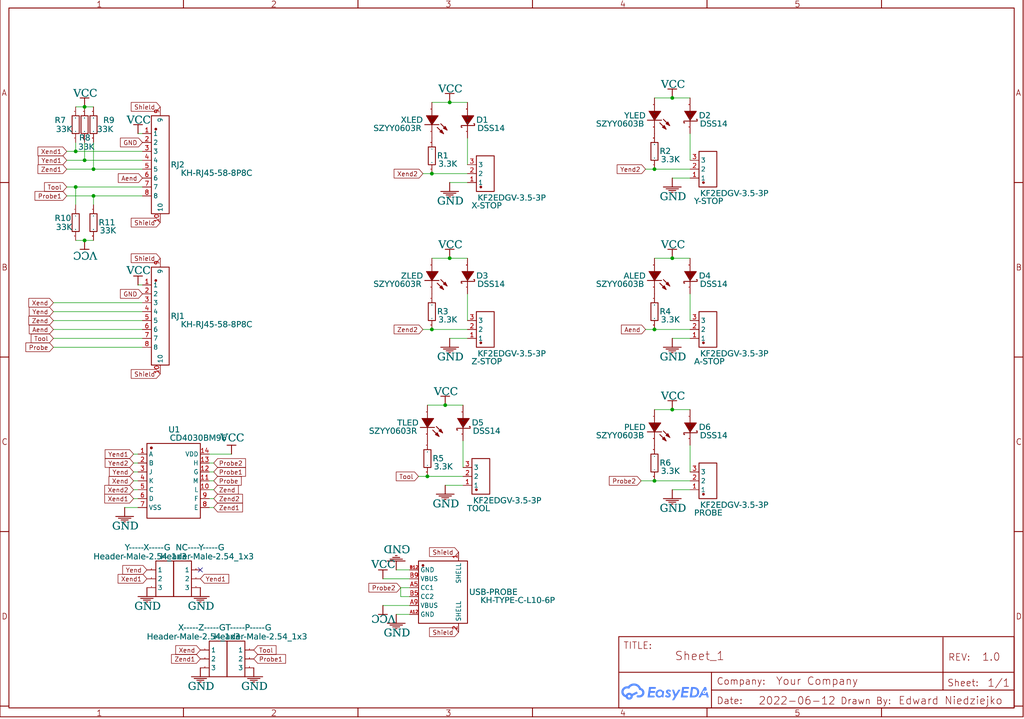
<source format=kicad_sch>
(kicad_sch (version 20231120) (generator "eeschema") (generator_version "8.0")
  (paper "User" 292.1 205.105)
  (junction (at 191.77 73.66))
  (junction (at 186.69 48.26))
  (junction (at 26.67 48.26))
  (junction (at 121.92 135.89))
  (junction (at 123.19 93.98))
  (junction (at 191.77 27.94))
  (junction (at 191.77 116.84))
  (junction (at 21.59 53.34))
  (junction (at 24.13 68.58))
  (junction (at 186.69 137.16))
  (junction (at 26.67 55.88))
  (junction (at 186.69 93.98))
  (junction (at 21.59 43.18))
  (junction (at 24.13 45.72))
  (junction (at 127 115.57))
  (junction (at 128.27 29.21))
  (junction (at 123.19 49.53))
  (junction (at 128.27 73.66))
  (junction (at 24.13 30.48))
  (no_connect (at 57.15 162.56))
  (wire (pts (xy 19.05 55.88) (xy 26.67 55.88)))
  (wire (pts (xy 186.69 73.66) (xy 191.77 73.66)))
  (wire (pts (xy 59.69 137.16) (xy 60.96 137.16)))
  (wire (pts (xy 191.77 73.66) (xy 196.85 73.66)))
  (wire (pts (xy 114.3 167.64) (xy 116.84 167.64)))
  (wire (pts (xy 24.13 40.64) (xy 24.13 45.72)))
  (wire (pts (xy 19.05 45.72) (xy 24.13 45.72)))
  (wire (pts (xy 191.77 96.52) (xy 196.85 96.52)))
  (wire (pts (xy 191.77 27.94) (xy 196.85 27.94)))
  (wire (pts (xy 184.15 93.98) (xy 186.69 93.98)))
  (wire (pts (xy 196.85 127) (xy 196.85 134.62)))
  (wire (pts (xy 123.19 93.98) (xy 133.35 93.98)))
  (wire (pts (xy 38.1 137.16) (xy 39.37 137.16)))
  (wire (pts (xy 113.03 162.56) (xy 116.84 162.56)))
  (wire (pts (xy 116.84 170.18) (xy 114.3 170.18)))
  (wire (pts (xy 196.85 38.1) (xy 196.85 45.72)))
  (wire (pts (xy 186.69 137.16) (xy 196.85 137.16)))
  (wire (pts (xy 24.13 68.58) (xy 26.67 68.58)))
  (wire (pts (xy 21.59 68.58) (xy 24.13 68.58)))
  (wire (pts (xy 132.08 125.73) (xy 132.08 133.35)))
  (wire (pts (xy 196.85 83.82) (xy 196.85 91.44)))
  (wire (pts (xy 120.65 49.53) (xy 123.19 49.53)))
  (wire (pts (xy 39.37 142.24) (xy 38.1 142.24)))
  (wire (pts (xy 26.67 48.26) (xy 40.64 48.26)))
  (wire (pts (xy 123.19 73.66) (xy 128.27 73.66)))
  (wire (pts (xy 38.1 134.62) (xy 39.37 134.62)))
  (wire (pts (xy 133.35 39.37) (xy 133.35 46.99)))
  (wire (pts (xy 26.67 55.88) (xy 40.64 55.88)))
  (wire (pts (xy 15.24 88.9) (xy 40.64 88.9)))
  (wire (pts (xy 191.77 139.7) (xy 196.85 139.7)))
  (wire (pts (xy 15.24 93.98) (xy 40.64 93.98)))
  (wire (pts (xy 184.15 48.26) (xy 186.69 48.26)))
  (wire (pts (xy 26.67 58.42) (xy 26.67 55.88)))
  (wire (pts (xy 15.24 86.36) (xy 40.64 86.36)))
  (wire (pts (xy 109.22 165.1) (xy 116.84 165.1)))
  (wire (pts (xy 39.37 139.7) (xy 38.1 139.7)))
  (wire (pts (xy 109.22 172.72) (xy 116.84 172.72)))
  (wire (pts (xy 128.27 52.07) (xy 133.35 52.07)))
  (wire (pts (xy 191.77 50.8) (xy 196.85 50.8)))
  (wire (pts (xy 39.37 132.08) (xy 38.1 132.08)))
  (wire (pts (xy 59.69 132.08) (xy 60.96 132.08)))
  (wire (pts (xy 21.59 40.64) (xy 21.59 43.18)))
  (wire (pts (xy 120.65 93.98) (xy 123.19 93.98)))
  (wire (pts (xy 39.37 38.1) (xy 40.64 38.1)))
  (wire (pts (xy 39.37 129.54) (xy 38.1 129.54)))
  (wire (pts (xy 114.3 170.18) (xy 114.3 167.64)))
  (wire (pts (xy 19.05 48.26) (xy 26.67 48.26)))
  (wire (pts (xy 128.27 73.66) (xy 133.35 73.66)))
  (wire (pts (xy 39.37 81.28) (xy 40.64 81.28)))
  (wire (pts (xy 186.69 93.98) (xy 196.85 93.98)))
  (wire (pts (xy 24.13 45.72) (xy 40.64 45.72)))
  (wire (pts (xy 127 115.57) (xy 132.08 115.57)))
  (wire (pts (xy 121.92 135.89) (xy 132.08 135.89)))
  (wire (pts (xy 19.05 43.18) (xy 21.59 43.18)))
  (wire (pts (xy 59.69 139.7) (xy 60.96 139.7)))
  (wire (pts (xy 59.69 144.78) (xy 60.96 144.78)))
  (wire (pts (xy 15.24 91.44) (xy 40.64 91.44)))
  (wire (pts (xy 186.69 116.84) (xy 191.77 116.84)))
  (wire (pts (xy 186.69 27.94) (xy 191.77 27.94)))
  (wire (pts (xy 26.67 30.48) (xy 24.13 30.48)))
  (wire (pts (xy 119.38 135.89) (xy 121.92 135.89)))
  (wire (pts (xy 123.19 29.21) (xy 128.27 29.21)))
  (wire (pts (xy 133.35 83.82) (xy 133.35 91.44)))
  (wire (pts (xy 21.59 58.42) (xy 21.59 53.34)))
  (wire (pts (xy 19.05 53.34) (xy 21.59 53.34)))
  (wire (pts (xy 191.77 116.84) (xy 196.85 116.84)))
  (wire (pts (xy 26.67 40.64) (xy 26.67 48.26)))
  (wire (pts (xy 21.59 30.48) (xy 24.13 30.48)))
  (wire (pts (xy 121.92 115.57) (xy 127 115.57)))
  (wire (pts (xy 15.24 96.52) (xy 40.64 96.52)))
  (wire (pts (xy 128.27 96.52) (xy 133.35 96.52)))
  (wire (pts (xy 59.69 142.24) (xy 60.96 142.24)))
  (wire (pts (xy 127 138.43) (xy 132.08 138.43)))
  (wire (pts (xy 59.69 134.62) (xy 60.96 134.62)))
  (wire (pts (xy 35.56 144.78) (xy 39.37 144.78)))
  (wire (pts (xy 21.59 53.34) (xy 40.64 53.34)))
  (wire (pts (xy 21.59 43.18) (xy 40.64 43.18)))
  (wire (pts (xy 182.88 137.16) (xy 186.69 137.16)))
  (wire (pts (xy 113.03 175.26) (xy 116.84 175.26)))
  (wire (pts (xy 15.24 99.06) (xy 40.64 99.06)))
  (wire (pts (xy 66.04 129.54) (xy 59.69 129.54)))
  (wire (pts (xy 186.69 48.26) (xy 196.85 48.26)))
  (wire (pts (xy 128.27 29.21) (xy 133.35 29.21)))
  (wire (pts (xy 123.19 49.53) (xy 133.35 49.53)))
  (global_label "Yend2" (shape input) (at 38.1 132.08 180) (property "Intersheetrefs" "${INTERSHEET_REFS}" (effects (hide yes))))
  (global_label "Xend" (shape input) (at 38.1 137.16 180) (property "Intersheetrefs" "${INTERSHEET_REFS}" (effects (hide yes))))
  (global_label "Yend2" (shape input) (at 184.15 48.26 180) (property "Intersheetrefs" "${INTERSHEET_REFS}" (effects (hide yes))))
  (global_label "Tool" (shape input) (at 15.24 96.52 180) (property "Intersheetrefs" "${INTERSHEET_REFS}" (effects (hide yes))))
  (global_label "GND" (shape input) (at 40.64 83.82 180) (property "Intersheetrefs" "${INTERSHEET_REFS}" (effects (hide yes))))
  (global_label "Shield" (shape input) (at 130.81 180.34 180) (property "Intersheetrefs" "${INTERSHEET_REFS}" (effects (hide yes))))
  (global_label "Tool" (shape input) (at 19.05 53.34 180) (property "Intersheetrefs" "${INTERSHEET_REFS}" (effects (hide yes))))
  (global_label "Zend2" (shape input) (at 120.65 93.98 180) (property "Intersheetrefs" "${INTERSHEET_REFS}" (effects (hide yes))))
  (global_label "Shield" (shape input) (at 130.81 157.48 180) (property "Intersheetrefs" "${INTERSHEET_REFS}" (effects (hide yes))))
  (global_label "Shield" (shape input) (at 45.72 106.68 180) (property "Intersheetrefs" "${INTERSHEET_REFS}" (effects (hide yes))))
  (global_label "Yend1" (shape input) (at 38.1 129.54 180) (property "Intersheetrefs" "${INTERSHEET_REFS}" (effects (hide yes))))
  (global_label "Yend" (shape input) (at 38.1 134.62 180) (property "Intersheetrefs" "${INTERSHEET_REFS}" (effects (hide yes))))
  (global_label "Shield" (shape input) (at 45.72 63.5 180) (property "Intersheetrefs" "${INTERSHEET_REFS}" (effects (hide yes))))
  (global_label "Zend1" (shape input) (at 19.05 48.26 180) (property "Intersheetrefs" "${INTERSHEET_REFS}" (effects (hide yes))))
  (global_label "Shield" (shape input) (at 45.72 30.48 180) (property "Intersheetrefs" "${INTERSHEET_REFS}" (effects (hide yes))))
  (global_label "Zend" (shape input) (at 15.24 91.44 180) (property "Intersheetrefs" "${INTERSHEET_REFS}" (effects (hide yes))))
  (global_label "Xend1" (shape input) (at 41.91 165.1 180) (property "Intersheetrefs" "${INTERSHEET_REFS}" (effects (hide yes))))
  (global_label "Probe1" (shape input) (at 19.05 55.88 180) (property "Intersheetrefs" "${INTERSHEET_REFS}" (effects (hide yes))))
  (global_label "Xend" (shape input) (at 57.15 185.42 180) (property "Intersheetrefs" "${INTERSHEET_REFS}" (effects (hide yes))))
  (global_label "Yend1" (shape input) (at 57.15 165.1 0) (property "Intersheetrefs" "${INTERSHEET_REFS}" (effects (hide yes))))
  (global_label "GND" (shape input) (at 40.64 40.64 180) (property "Intersheetrefs" "${INTERSHEET_REFS}" (effects (hide yes))))
  (global_label "Xend1" (shape input) (at 19.05 43.18 180) (property "Intersheetrefs" "${INTERSHEET_REFS}" (effects (hide yes))))
  (global_label "Aend" (shape input) (at 15.24 93.98 180) (property "Intersheetrefs" "${INTERSHEET_REFS}" (effects (hide yes))))
  (global_label "Tool" (shape input) (at 119.38 135.89 180) (property "Intersheetrefs" "${INTERSHEET_REFS}" (effects (hide yes))))
  (global_label "Zend2" (shape input) (at 60.96 142.24 0) (property "Intersheetrefs" "${INTERSHEET_REFS}" (effects (hide yes))))
  (global_label "Xend" (shape input) (at 15.24 86.36 180) (property "Intersheetrefs" "${INTERSHEET_REFS}" (effects (hide yes))))
  (global_label "Probe1" (shape input) (at 72.39 187.96 0) (property "Intersheetrefs" "${INTERSHEET_REFS}" (effects (hide yes))))
  (global_label "Aend" (shape input) (at 184.15 93.98 180) (property "Intersheetrefs" "${INTERSHEET_REFS}" (effects (hide yes))))
  (global_label "Probe2" (shape input) (at 114.3 167.64 180) (property "Intersheetrefs" "${INTERSHEET_REFS}" (effects (hide yes))))
  (global_label "Xend2" (shape input) (at 38.1 139.7 180) (property "Intersheetrefs" "${INTERSHEET_REFS}" (effects (hide yes))))
  (global_label "Probe2" (shape input) (at 182.88 137.16 180) (property "Intersheetrefs" "${INTERSHEET_REFS}" (effects (hide yes))))
  (global_label "Yend" (shape input) (at 15.24 88.9 180) (property "Intersheetrefs" "${INTERSHEET_REFS}" (effects (hide yes))))
  (global_label "Xend1" (shape input) (at 38.1 142.24 180) (property "Intersheetrefs" "${INTERSHEET_REFS}" (effects (hide yes))))
  (global_label "Tool" (shape input) (at 72.39 185.42 0) (property "Intersheetrefs" "${INTERSHEET_REFS}" (effects (hide yes))))
  (global_label "Probe" (shape input) (at 60.96 137.16 0) (property "Intersheetrefs" "${INTERSHEET_REFS}" (effects (hide yes))))
  (global_label "Shield" (shape input) (at 45.72 73.66 180) (property "Intersheetrefs" "${INTERSHEET_REFS}" (effects (hide yes))))
  (global_label "Yend" (shape input) (at 41.91 162.56 180) (property "Intersheetrefs" "${INTERSHEET_REFS}" (effects (hide yes))))
  (global_label "Yend1" (shape input) (at 19.05 45.72 180) (property "Intersheetrefs" "${INTERSHEET_REFS}" (effects (hide yes))))
  (global_label "Zend1" (shape input) (at 57.15 187.96 180) (property "Intersheetrefs" "${INTERSHEET_REFS}" (effects (hide yes))))
  (global_label "Probe1" (shape input) (at 60.96 134.62 0) (property "Intersheetrefs" "${INTERSHEET_REFS}" (effects (hide yes))))
  (global_label "Zend1" (shape input) (at 60.96 144.78 0) (property "Intersheetrefs" "${INTERSHEET_REFS}" (effects (hide yes))))
  (global_label "Probe2" (shape input) (at 60.96 132.08 0) (property "Intersheetrefs" "${INTERSHEET_REFS}" (effects (hide yes))))
  (global_label "Xend2" (shape input) (at 120.65 49.53 180) (property "Intersheetrefs" "${INTERSHEET_REFS}" (effects (hide yes))))
  (global_label "Zend" (shape input) (at 60.96 139.7 0) (property "Intersheetrefs" "${INTERSHEET_REFS}" (effects (hide yes))))
  (global_label "Probe" (shape input) (at 15.24 99.06 180) (property "Intersheetrefs" "${INTERSHEET_REFS}" (effects (hide yes))))
  (global_label "Aend" (shape input) (at 40.64 50.8 180) (property "Intersheetrefs" "${INTERSHEET_REFS}" (effects (hide yes))))
  (symbol (lib_id "SZYY0603B_1") (at 186.69 78.74 0) (unit 0)
    (property "Reference" "ALED" (at 184.15 77.8637 0) (effects (font (size 1.6891 1.6891)) (justify right top)))
    (property "Value" "SZYY0603B" (at 184.15 80.1497 0) (effects (font (size 1.6891 1.6891)) (justify right top)))
    (property "BOM_Manufacturer Part" "SZYY0603B" (effects (hide yes)))
    (property "BOM_Manufacturer" "yongyu(永裕光电)" (effects (hide yes)))
    (property "BOM_Supplier Part" "C434421" (effects (hide yes)))
    (property "BOM_Supplier" "LCSC" (effects (hide yes)))
  )
  (symbol (lib_id "GND") (at 191.77 139.7 0) (unit 0)
    (property "Reference" "#PWR?" (effects (hide yes)))
    (property "Value" "GND" (at 188.468 146.304 0) (effects (font (size 2.1717 2.1717)) (justify left bottom)))
    (property "Description" "Power symbol creates a global label with name 'GND'" (effects (hide yes)))
  )
  (symbol (lib_id "DSS14_2") (at 133.35 78.74 0) (unit 0)
    (property "Reference" "D3" (at 135.89 77.8383 0) (effects (font (size 1.6891 1.6891)) (justify left top)))
    (property "Value" "DSS14" (at 135.89 80.1497 0) (effects (font (size 1.6891 1.6891)) (justify left top)))
    (property "BOM_Manufacturer Part" "DSS14" (effects (hide yes)))
    (property "BOM_Manufacturer" "星海" (effects (hide yes)))
    (property "BOM_Supplier Part" "C59293" (effects (hide yes)))
    (property "BOM_Supplier" "LCSC" (effects (hide yes)))
  )
  (symbol (lib_id "DSS14_4") (at 132.08 120.65 0) (unit 0)
    (property "Reference" "D5" (at 134.62 119.7483 0) (effects (font (size 1.6891 1.6891)) (justify left top)))
    (property "Value" "DSS14" (at 134.62 122.0597 0) (effects (font (size 1.6891 1.6891)) (justify left top)))
    (property "BOM_Manufacturer Part" "DSS14" (effects (hide yes)))
    (property "BOM_Manufacturer" "星海" (effects (hide yes)))
    (property "BOM_Supplier Part" "C59293" (effects (hide yes)))
    (property "BOM_Supplier" "LCSC" (effects (hide yes)))
  )
  (symbol (lib_id "Header-Male-2.54_1x3_1") (at 53.34 165.1 0) (unit 0)
    (property "Reference" "NC----Y-----G" (at 64.008 155.3337 0) (effects (font (size 1.6891 1.6891)) (justify right top)))
    (property "Value" "Header-Male-2.54_1x3" (at 74.3458 157.8737 0) (effects (font (size 1.6891 1.6891)) (justify right top)))
    (property "BOM_Manufacturer Part" "2.54-1*3P针" (effects (hide yes)))
    (property "BOM_Manufacturer" "BOOMELE(博穆精密)" (effects (hide yes)))
    (property "BOM_Supplier Part" "C49257" (effects (hide yes)))
    (property "BOM_Supplier" "LCSC" (effects (hide yes)))
  )
  (symbol (lib_id "SZYY0603B_2") (at 186.69 121.92 0) (unit 0)
    (property "Reference" "PLED" (at 184.15 121.0437 0) (effects (font (size 1.6891 1.6891)) (justify right top)))
    (property "Value" "SZYY0603B" (at 184.15 123.3297 0) (effects (font (size 1.6891 1.6891)) (justify right top)))
    (property "BOM_Manufacturer Part" "SZYY0603B" (effects (hide yes)))
    (property "BOM_Manufacturer" "yongyu(永裕光电)" (effects (hide yes)))
    (property "BOM_Supplier Part" "C434421" (effects (hide yes)))
    (property "BOM_Supplier" "LCSC" (effects (hide yes)))
  )
  (symbol (lib_id "GND") (at 57.15 190.5 0) (unit 0)
    (property "Reference" "#PWR?" (effects (hide yes)))
    (property "Value" "GND" (at 53.848 197.104 0) (effects (font (size 2.1717 2.1717)) (justify left bottom)))
    (property "Description" "Power symbol creates a global label with name 'GND'" (effects (hide yes)))
  )
  (symbol (lib_id "RC0805JR-0733KL_2") (at 26.67 63.5 0) (unit 0)
    (property "Reference" "R11" (at 28.194 62.6491 0) (effects (font (size 1.6891 1.6891)) (justify left top)))
    (property "Value" "33K" (at 28.194 64.8843 0) (effects (font (size 1.6891 1.6891)) (justify left top)))
    (property "BOM_Manufacturer Part" "RC0805JR-0733KL" (effects (hide yes)))
    (property "BOM_Manufacturer" "YAGEO(国巨)" (effects (hide yes)))
    (property "BOM_Supplier Part" "C137446" (effects (hide yes)))
    (property "BOM_Supplier" "LCSC" (effects (hide yes)))
  )
  (symbol (lib_id "GND") (at 57.15 167.64 0) (unit 0)
    (property "Reference" "#PWR?" (effects (hide yes)))
    (property "Value" "GND" (at 53.848 174.244 0) (effects (font (size 2.1717 2.1717)) (justify left bottom)))
    (property "Description" "Power symbol creates a global label with name 'GND'" (effects (hide yes)))
  )
  (symbol (lib_id "GND") (at 113.03 175.26 0) (unit 0)
    (property "Reference" "#PWR?" (effects (hide yes)))
    (property "Value" "GND" (at 109.728 181.864 0) (effects (font (size 2.1717 2.1717)) (justify left bottom)))
    (property "Description" "Power symbol creates a global label with name 'GND'" (effects (hide yes)))
  )
  (symbol (lib_id "Header-Male-2.54_1x3") (at 45.72 165.1 0) (unit 0)
    (property "Reference" "Y-----X-----G" (at 35.6108 155.3337 0) (effects (font (size 1.6891 1.6891)) (justify left top)))
    (property "Value" "Header-Male-2.54_1x3" (at 24.7142 157.8737 0) (effects (font (size 1.6891 1.6891)) (justify left top)))
    (property "BOM_Manufacturer Part" "2.54-1*3P针" (effects (hide yes)))
    (property "BOM_Manufacturer" "BOOMELE(博穆精密)" (effects (hide yes)))
    (property "BOM_Supplier Part" "C49257" (effects (hide yes)))
    (property "BOM_Supplier" "LCSC" (effects (hide yes)))
  )
  (symbol (lib_id "RC0805JR-0733KL_4") (at 26.67 35.56 0) (unit 0)
    (property "Reference" "R9" (at 32.639 33.4645 0) (effects (font (size 1.6891 1.6891)) (justify right top)))
    (property "Value" "33K" (at 32.5882 35.9791 0) (effects (font (size 1.6891 1.6891)) (justify right top)))
    (property "BOM_Manufacturer Part" "RC0805JR-0733KL" (effects (hide yes)))
    (property "BOM_Manufacturer" "YAGEO(国巨)" (effects (hide yes)))
    (property "BOM_Supplier Part" "C137446" (effects (hide yes)))
    (property "BOM_Supplier" "LCSC" (effects (hide yes)))
  )
  (symbol (lib_id "VCC") (at 39.37 38.1 0) (mirror x) (unit 0)
    (property "Reference" "#PWR?" (effects (hide yes)))
    (property "Value" "VCC" (at 36.2966 35.56 0) (effects (font (size 2.1717 2.1717)) (justify left top)))
    (property "Description" "Power symbol creates a global label with name 'VCC'" (effects (hide yes)))
  )
  (symbol (lib_id "Header-Male-2.54_1x3_3") (at 60.96 187.96 0) (unit 0)
    (property "Reference" "X-----Z-----G" (at 50.8254 178.1937 0) (effects (font (size 1.6891 1.6891)) (justify left top)))
    (property "Value" "Header-Male-2.54_1x3" (at 39.9542 180.7337 0) (effects (font (size 1.6891 1.6891)) (justify left top)))
    (property "BOM_Manufacturer Part" "2.54-1*3P针" (effects (hide yes)))
    (property "BOM_Manufacturer" "BOOMELE(博穆精密)" (effects (hide yes)))
    (property "BOM_Supplier Part" "C49257" (effects (hide yes)))
    (property "BOM_Supplier" "LCSC" (effects (hide yes)))
  )
  (symbol (lib_id "DSS14") (at 133.35 34.29 0) (unit 0)
    (property "Reference" "D1" (at 135.89 33.3883 0) (effects (font (size 1.6891 1.6891)) (justify left top)))
    (property "Value" "DSS14" (at 135.89 35.6997 0) (effects (font (size 1.6891 1.6891)) (justify left top)))
    (property "BOM_Manufacturer Part" "DSS14" (effects (hide yes)))
    (property "BOM_Manufacturer" "星海" (effects (hide yes)))
    (property "BOM_Supplier Part" "C59293" (effects (hide yes)))
    (property "BOM_Supplier" "LCSC" (effects (hide yes)))
  )
  (symbol (lib_id "RC0805FR-073K3L_5") (at 121.92 130.81 0) (unit 0)
    (property "Reference" "R5" (at 123.444 129.9337 0) (effects (font (size 1.6891 1.6891)) (justify left top)))
    (property "Value" "3.3K" (at 123.444 132.2197 0) (effects (font (size 1.6891 1.6891)) (justify left top)))
    (property "BOM_Manufacturer Part" "RC0805FR-073K3L" (effects (hide yes)))
    (property "BOM_Manufacturer" "YAGEO(国巨)" (effects (hide yes)))
    (property "BOM_Supplier Part" "C114531" (effects (hide yes)))
    (property "BOM_Supplier" "LCSC" (effects (hide yes)))
  )
  (symbol (lib_id "VCC") (at 39.37 81.28 0) (mirror x) (unit 0)
    (property "Reference" "#PWR?" (effects (hide yes)))
    (property "Value" "VCC" (at 36.2458 78.486 0) (effects (font (size 2.1717 2.1717)) (justify left top)))
    (property "Description" "Power symbol creates a global label with name 'VCC'" (effects (hide yes)))
  )
  (symbol (lib_id "VCC") (at 24.13 30.48 0) (mirror x) (unit 0)
    (property "Reference" "#PWR?" (effects (hide yes)))
    (property "Value" "VCC" (at 21.0566 27.94 0) (effects (font (size 2.1717 2.1717)) (justify left top)))
    (property "Description" "Power symbol creates a global label with name 'VCC'" (effects (hide yes)))
  )
  (symbol (lib_id "GND") (at 35.56 144.78 0) (unit 0)
    (property "Reference" "#PWR?" (effects (hide yes)))
    (property "Value" "GND" (at 32.258 151.384 0) (effects (font (size 2.1717 2.1717)) (justify left bottom)))
    (property "Description" "Power symbol creates a global label with name 'GND'" (effects (hide yes)))
  )
  (symbol (lib_id "KH-RJ45-58-8P8C_1") (at 45.72 45.72 0) (unit 0)
    (property "Reference" "RJ2" (at 48.768 46.1645 0) (effects (font (size 1.6891 1.6891)) (justify left top)))
    (property "Value" "KH-RJ45-58-8P8C" (at 48.768 48.4759 0) (effects (font (size 1.6891 1.6891)) (justify left top)))
    (property "BOM_Manufacturer Part" "KH-RJ45-58-8P8C" (effects (hide yes)))
    (property "BOM_Manufacturer" "kinghelm(金航标)" (effects (hide yes)))
    (property "BOM_Supplier Part" "C2683360" (effects (hide yes)))
    (property "BOM_Supplier" "LCSC" (effects (hide yes)))
  )
  (symbol (lib_id "VCC") (at 128.27 29.21 0) (mirror x) (unit 0)
    (property "Reference" "#PWR?" (effects (hide yes)))
    (property "Value" "VCC" (at 125.1966 26.67 0) (effects (font (size 2.1717 2.1717)) (justify left top)))
    (property "Description" "Power symbol creates a global label with name 'VCC'" (effects (hide yes)))
  )
  (symbol (lib_id "RC0805FR-073K3L_3") (at 186.69 88.9 0) (unit 0)
    (property "Reference" "R4" (at 188.214 88.0237 0) (effects (font (size 1.6891 1.6891)) (justify left top)))
    (property "Value" "3.3K" (at 188.214 90.3097 0) (effects (font (size 1.6891 1.6891)) (justify left top)))
    (property "BOM_Manufacturer Part" "RC0805FR-073K3L" (effects (hide yes)))
    (property "BOM_Manufacturer" "YAGEO(国巨)" (effects (hide yes)))
    (property "BOM_Supplier Part" "C114531" (effects (hide yes)))
    (property "BOM_Supplier" "LCSC" (effects (hide yes)))
  )
  (symbol (lib_id "VCC") (at 24.13 68.58 0) (mirror y) (unit 0)
    (property "Reference" "#PWR?" (effects (hide yes)))
    (property "Value" "VCC" (at 20.9804 73.9902 -180) (effects (font (size 2.1717 2.1717)) (justify left top)))
    (property "Description" "Power symbol creates a global label with name 'VCC'" (effects (hide yes)))
  )
  (symbol (lib_id "DSS14_5") (at 196.85 121.92 0) (unit 0)
    (property "Reference" "D6" (at 199.39 121.0183 0) (effects (font (size 1.6891 1.6891)) (justify left top)))
    (property "Value" "DSS14" (at 199.39 123.3297 0) (effects (font (size 1.6891 1.6891)) (justify left top)))
    (property "BOM_Manufacturer Part" "DSS14" (effects (hide yes)))
    (property "BOM_Manufacturer" "星海" (effects (hide yes)))
    (property "BOM_Supplier Part" "C59293" (effects (hide yes)))
    (property "BOM_Supplier" "LCSC" (effects (hide yes)))
  )
  (symbol (lib_id "RC0805FR-073K3L_4") (at 186.69 132.08 0) (unit 0)
    (property "Reference" "R6" (at 188.214 131.2037 0) (effects (font (size 1.6891 1.6891)) (justify left top)))
    (property "Value" "3.3K" (at 188.214 133.4897 0) (effects (font (size 1.6891 1.6891)) (justify left top)))
    (property "BOM_Manufacturer Part" "RC0805FR-073K3L" (effects (hide yes)))
    (property "BOM_Manufacturer" "YAGEO(国巨)" (effects (hide yes)))
    (property "BOM_Supplier Part" "C114531" (effects (hide yes)))
    (property "BOM_Supplier" "LCSC" (effects (hide yes)))
  )
  (symbol (lib_id "SZYY0603B") (at 186.69 33.02 0) (unit 0)
    (property "Reference" "YLED" (at 184.15 32.1437 0) (effects (font (size 1.6891 1.6891)) (justify right top)))
    (property "Value" "SZYY0603B" (at 184.15 34.4297 0) (effects (font (size 1.6891 1.6891)) (justify right top)))
    (property "BOM_Manufacturer Part" "SZYY0603B" (effects (hide yes)))
    (property "BOM_Manufacturer" "yongyu(永裕光电)" (effects (hide yes)))
    (property "BOM_Supplier Part" "C434421" (effects (hide yes)))
    (property "BOM_Supplier" "LCSC" (effects (hide yes)))
  )
  (symbol (lib_id "GND") (at 72.39 190.5 0) (unit 0)
    (property "Reference" "#PWR?" (effects (hide yes)))
    (property "Value" "GND" (at 69.088 197.104 0) (effects (font (size 2.1717 2.1717)) (justify left bottom)))
    (property "Description" "Power symbol creates a global label with name 'GND'" (effects (hide yes)))
  )
  (symbol (lib_id "RC0805FR-073K3L_2") (at 123.19 88.9 0) (unit 0)
    (property "Reference" "R3" (at 124.714 88.0237 0) (effects (font (size 1.6891 1.6891)) (justify left top)))
    (property "Value" "3.3K" (at 124.714 90.3097 0) (effects (font (size 1.6891 1.6891)) (justify left top)))
    (property "BOM_Manufacturer Part" "RC0805FR-073K3L" (effects (hide yes)))
    (property "BOM_Manufacturer" "YAGEO(国巨)" (effects (hide yes)))
    (property "BOM_Supplier Part" "C114531" (effects (hide yes)))
    (property "BOM_Supplier" "LCSC" (effects (hide yes)))
  )
  (symbol (lib_id "VCC") (at 191.77 27.94 0) (mirror x) (unit 0)
    (property "Reference" "#PWR?" (effects (hide yes)))
    (property "Value" "VCC" (at 188.6966 25.4 0) (effects (font (size 2.1717 2.1717)) (justify left top)))
    (property "Description" "Power symbol creates a global label with name 'VCC'" (effects (hide yes)))
  )
  (symbol (lib_id "CD4030BM96") (at 49.53 137.16 0) (unit 0)
    (property "Reference" "U1" (at 48.0822 121.7295 0) (effects (font (size 1.6891 1.6891)) (justify left top)))
    (property "Value" "CD4030BM96" (at 48.0822 124.0409 0) (effects (font (size 1.6891 1.6891)) (justify left top)))
    (property "BOM_Manufacturer Part" "CD4030BM96" (effects (hide yes)))
    (property "BOM_Manufacturer" "TI(德州仪器)" (effects (hide yes)))
    (property "BOM_Supplier Part" "C44237" (effects (hide yes)))
    (property "BOM_Supplier" "LCSC" (effects (hide yes)))
  )
  (symbol (lib_id "VCC") (at 191.77 73.66 0) (mirror x) (unit 0)
    (property "Reference" "#PWR?" (effects (hide yes)))
    (property "Value" "VCC" (at 188.6966 71.12 0) (effects (font (size 2.1717 2.1717)) (justify left top)))
    (property "Description" "Power symbol creates a global label with name 'VCC'" (effects (hide yes)))
  )
  (symbol (lib_id "RC0805JR-0733KL_1") (at 24.13 35.56 0) (unit 0)
    (property "Reference" "R8" (at 22.6314 38.4683 0) (effects (font (size 1.6891 1.6891)) (justify left top)))
    (property "Value" "33K" (at 22.0218 41.0083 0) (effects (font (size 1.6891 1.6891)) (justify left top)))
    (property "BOM_Manufacturer Part" "RC0805JR-0733KL" (effects (hide yes)))
    (property "BOM_Manufacturer" "YAGEO(国巨)" (effects (hide yes)))
    (property "BOM_Supplier Part" "C137446" (effects (hide yes)))
    (property "BOM_Supplier" "LCSC" (effects (hide yes)))
  )
  (symbol (lib_id "KF2EDGV-3.5-3P_5") (at 201.93 137.16 0) (unit 0)
    (property "Reference" "PROBE" (at 198.0184 145.4531 0) (effects (font (size 1.6891 1.6891)) (justify left top)))
    (property "Value" "KF2EDGV-3.5-3P" (at 198.0184 143.1671 0) (effects (font (size 1.6891 1.6891)) (justify left top)))
    (property "BOM_Manufacturer Part" "KF2EDGV-3.5-3P" (effects (hide yes)))
    (property "BOM_Manufacturer" "Cixi Kefa Elec" (effects (hide yes)))
    (property "BOM_Supplier Part" "C441322" (effects (hide yes)))
    (property "BOM_Supplier" "LCSC" (effects (hide yes)))
  )
  (symbol (lib_id "RC0805JR-0733KL_3") (at 21.59 63.5 0) (unit 0)
    (property "Reference" "R10" (at 15.621 61.4045 0) (effects (font (size 1.6891 1.6891)) (justify left top)))
    (property "Value" "33K" (at 15.6718 63.9191 0) (effects (font (size 1.6891 1.6891)) (justify left top)))
    (property "BOM_Manufacturer Part" "RC0805JR-0733KL" (effects (hide yes)))
    (property "BOM_Manufacturer" "YAGEO(国巨)" (effects (hide yes)))
    (property "BOM_Supplier Part" "C137446" (effects (hide yes)))
    (property "BOM_Supplier" "LCSC" (effects (hide yes)))
  )
  (symbol (lib_id "DSS14_1") (at 196.85 33.02 0) (unit 0)
    (property "Reference" "D2" (at 199.39 32.1183 0) (effects (font (size 1.6891 1.6891)) (justify left top)))
    (property "Value" "DSS14" (at 199.39 34.4297 0) (effects (font (size 1.6891 1.6891)) (justify left top)))
    (property "BOM_Manufacturer Part" "DSS14" (effects (hide yes)))
    (property "BOM_Manufacturer" "星海" (effects (hide yes)))
    (property "BOM_Supplier Part" "C59293" (effects (hide yes)))
    (property "BOM_Supplier" "LCSC" (effects (hide yes)))
  )
  (symbol (lib_id "KF2EDGV-3.5-3P") (at 201.93 48.26 0) (unit 0)
    (property "Reference" "Y-STOP" (at 198.0184 56.5531 0) (effects (font (size 1.6891 1.6891)) (justify left top)))
    (property "Value" "KF2EDGV-3.5-3P" (at 198.0184 54.2671 0) (effects (font (size 1.6891 1.6891)) (justify left top)))
    (property "BOM_Manufacturer Part" "KF2EDGV-3.5-3P" (effects (hide yes)))
    (property "BOM_Manufacturer" "Cixi Kefa Elec" (effects (hide yes)))
    (property "BOM_Supplier Part" "C441322" (effects (hide yes)))
    (property "BOM_Supplier" "LCSC" (effects (hide yes)))
  )
  (symbol (lib_id "KF2EDGV-3.5-3P_1") (at 201.93 93.98 0) (unit 0)
    (property "Reference" "A-STOP" (at 198.0184 102.2731 0) (effects (font (size 1.6891 1.6891)) (justify left top)))
    (property "Value" "KF2EDGV-3.5-3P" (at 198.0184 99.9871 0) (effects (font (size 1.6891 1.6891)) (justify left top)))
    (property "BOM_Manufacturer Part" "KF2EDGV-3.5-3P" (effects (hide yes)))
    (property "BOM_Manufacturer" "Cixi Kefa Elec" (effects (hide yes)))
    (property "BOM_Supplier Part" "C441322" (effects (hide yes)))
    (property "BOM_Supplier" "LCSC" (effects (hide yes)))
  )
  (symbol (lib_id "GND") (at 128.27 52.07 0) (unit 0)
    (property "Reference" "#PWR?" (effects (hide yes)))
    (property "Value" "GND" (at 124.968 58.674 0) (effects (font (size 2.1717 2.1717)) (justify left bottom)))
    (property "Description" "Power symbol creates a global label with name 'GND'" (effects (hide yes)))
  )
  (symbol (lib_id "SZYY0603R") (at 123.19 34.29 0) (unit 0)
    (property "Reference" "XLED" (at 120.5992 33.3883 0) (effects (font (size 1.6891 1.6891)) (justify right top)))
    (property "Value" "SZYY0603R" (at 120.65 35.6997 0) (effects (font (size 1.6891 1.6891)) (justify right top)))
    (property "BOM_Manufacturer Part" "SZYY0603R" (effects (hide yes)))
    (property "BOM_Manufacturer" "yongyu(永裕光电)" (effects (hide yes)))
    (property "BOM_Supplier Part" "C434419" (effects (hide yes)))
    (property "BOM_Supplier" "LCSC" (effects (hide yes)))
  )
  (symbol (lib_id "RC0805JR-0733KL") (at 21.59 35.56 0) (unit 0)
    (property "Reference" "R7" (at 15.621 33.4645 0) (effects (font (size 1.6891 1.6891)) (justify left top)))
    (property "Value" "33K" (at 15.6718 35.9791 0) (effects (font (size 1.6891 1.6891)) (justify left top)))
    (property "BOM_Manufacturer Part" "RC0805JR-0733KL" (effects (hide yes)))
    (property "BOM_Manufacturer" "YAGEO(国巨)" (effects (hide yes)))
    (property "BOM_Supplier Part" "C137446" (effects (hide yes)))
    (property "BOM_Supplier" "LCSC" (effects (hide yes)))
  )
  (symbol (lib_id "VCC") (at 128.27 73.66 0) (mirror x) (unit 0)
    (property "Reference" "#PWR?" (effects (hide yes)))
    (property "Value" "VCC" (at 125.1966 71.12 0) (effects (font (size 2.1717 2.1717)) (justify left top)))
    (property "Description" "Power symbol creates a global label with name 'VCC'" (effects (hide yes)))
  )
  (symbol (lib_id "VCC") (at 66.04 129.54 0) (mirror x) (unit 0)
    (property "Reference" "#PWR?" (effects (hide yes)))
    (property "Value" "VCC" (at 62.9666 126.238 0) (effects (font (size 2.1717 2.1717)) (justify left top)))
    (property "Description" "Power symbol creates a global label with name 'VCC'" (effects (hide yes)))
  )
  (symbol (lib_id "KF2EDGV-3.5-3P_2") (at 137.16 135.89 0) (unit 0)
    (property "Reference" "TOOL" (at 133.2484 144.1831 0) (effects (font (size 1.6891 1.6891)) (justify left top)))
    (property "Value" "KF2EDGV-3.5-3P" (at 133.2484 141.8971 0) (effects (font (size 1.6891 1.6891)) (justify left top)))
    (property "BOM_Manufacturer Part" "KF2EDGV-3.5-3P" (effects (hide yes)))
    (property "BOM_Manufacturer" "Cixi Kefa Elec" (effects (hide yes)))
    (property "BOM_Supplier Part" "C441322" (effects (hide yes)))
    (property "BOM_Supplier" "LCSC" (effects (hide yes)))
  )
  (symbol (lib_id "KF2EDGV-3.5-3P_3") (at 138.43 49.53 0) (unit 0)
    (property "Reference" "X-STOP" (at 134.5184 57.8231 0) (effects (font (size 1.6891 1.6891)) (justify left top)))
    (property "Value" "KF2EDGV-3.5-3P" (at 134.5184 55.5371 0) (effects (font (size 1.6891 1.6891)) (justify left top)))
    (property "BOM_Manufacturer Part" "KF2EDGV-3.5-3P" (effects (hide yes)))
    (property "BOM_Manufacturer" "Cixi Kefa Elec" (effects (hide yes)))
    (property "BOM_Supplier Part" "C441322" (effects (hide yes)))
    (property "BOM_Supplier" "LCSC" (effects (hide yes)))
  )
  (symbol (lib_id "KH-TYPE-C-L10-6P") (at 124.46 168.91 0) (unit 0)
    (property "Reference" "USB-PROBE" (at 133.858 168.0591 0) (effects (font (size 1.6891 1.6891)) (justify left top)))
    (property "Value" "KH-TYPE-C-L10-6P" (at 133.858 170.3451 0) (effects (font (size 1.6891 1.6891)) (justify left top)))
    (property "BOM_Manufacturer Part" "KH-TYPE-C-L10-6P" (effects (hide yes)))
    (property "BOM_Manufacturer" "kinghelm(金航标)" (effects (hide yes)))
    (property "BOM_Supplier Part" "C2688788" (effects (hide yes)))
    (property "BOM_Supplier" "LCSC" (effects (hide yes)))
  )
  (symbol (lib_id "GND") (at 191.77 96.52 0) (unit 0)
    (property "Reference" "#PWR?" (effects (hide yes)))
    (property "Value" "GND" (at 188.468 103.124 0) (effects (font (size 2.1717 2.1717)) (justify left bottom)))
    (property "Description" "Power symbol creates a global label with name 'GND'" (effects (hide yes)))
  )
  (symbol (lib_id "GND") (at 113.03 162.56 180) (unit 0)
    (property "Reference" "#PWR?" (effects (hide yes)))
    (property "Value" "GND" (at 109.728 157.7086 -180) (effects (font (size 2.1717 2.1717)) (justify left bottom)))
    (property "Description" "Power symbol creates a global label with name 'GND'" (effects (hide yes)))
  )
  (symbol (lib_id "Header-Male-2.54_1x3_2") (at 68.58 187.96 0) (unit 0)
    (property "Reference" "T-----P-----G" (at 77.4192 178.1937 0) (effects (font (size 1.6891 1.6891)) (justify right top)))
    (property "Value" "Header-Male-2.54_1x3" (at 89.5858 180.7337 0) (effects (font (size 1.6891 1.6891)) (justify right top)))
    (property "BOM_Manufacturer Part" "2.54-1*3P针" (effects (hide yes)))
    (property "BOM_Manufacturer" "BOOMELE(博穆精密)" (effects (hide yes)))
    (property "BOM_Supplier Part" "C49257" (effects (hide yes)))
    (property "BOM_Supplier" "LCSC" (effects (hide yes)))
  )
  (symbol (lib_id "VCC") (at 109.22 165.1 0) (mirror x) (unit 0)
    (property "Reference" "#PWR?" (effects (hide yes)))
    (property "Value" "VCC" (at 106.0704 162.3314 0) (effects (font (size 2.1717 2.1717)) (justify left top)))
    (property "Description" "Power symbol creates a global label with name 'VCC'" (effects (hide yes)))
  )
  (symbol (lib_id "Unknown_0_-806") (at 0 -0.254 0) (unit 0)
    (property "Reference" "A" (effects (hide yes)))
    (property "Value" "A" (effects (hide yes)))
    (property "BOM_Manufacturer Part" "?" (effects (hide yes)))
  )
  (symbol (lib_id "DSS14_3") (at 196.85 78.74 0) (unit 0)
    (property "Reference" "D4" (at 199.39 77.8383 0) (effects (font (size 1.6891 1.6891)) (justify left top)))
    (property "Value" "DSS14" (at 199.39 80.1497 0) (effects (font (size 1.6891 1.6891)) (justify left top)))
    (property "BOM_Manufacturer Part" "DSS14" (effects (hide yes)))
    (property "BOM_Manufacturer" "星海" (effects (hide yes)))
    (property "BOM_Supplier Part" "C59293" (effects (hide yes)))
    (property "BOM_Supplier" "LCSC" (effects (hide yes)))
  )
  (symbol (lib_id "VCC") (at 127 115.57 0) (mirror x) (unit 0)
    (property "Reference" "#PWR?" (effects (hide yes)))
    (property "Value" "VCC" (at 123.9266 113.03 0) (effects (font (size 2.1717 2.1717)) (justify left top)))
    (property "Description" "Power symbol creates a global label with name 'VCC'" (effects (hide yes)))
  )
  (symbol (lib_id "KF2EDGV-3.5-3P_4") (at 138.43 93.98 0) (unit 0)
    (property "Reference" "Z-STOP" (at 134.5184 102.2731 0) (effects (font (size 1.6891 1.6891)) (justify left top)))
    (property "Value" "KF2EDGV-3.5-3P" (at 134.5184 99.9871 0) (effects (font (size 1.6891 1.6891)) (justify left top)))
    (property "BOM_Manufacturer Part" "KF2EDGV-3.5-3P" (effects (hide yes)))
    (property "BOM_Manufacturer" "Cixi Kefa Elec" (effects (hide yes)))
    (property "BOM_Supplier Part" "C441322" (effects (hide yes)))
    (property "BOM_Supplier" "LCSC" (effects (hide yes)))
  )
  (symbol (lib_id "RC0805FR-073K3L") (at 123.19 44.45 0) (unit 0)
    (property "Reference" "R1" (at 124.714 43.5737 0) (effects (font (size 1.6891 1.6891)) (justify left top)))
    (property "Value" "3.3K" (at 124.714 45.8597 0) (effects (font (size 1.6891 1.6891)) (justify left top)))
    (property "BOM_Manufacturer Part" "RC0805FR-073K3L" (effects (hide yes)))
    (property "BOM_Manufacturer" "YAGEO(国巨)" (effects (hide yes)))
    (property "BOM_Supplier Part" "C114531" (effects (hide yes)))
    (property "BOM_Supplier" "LCSC" (effects (hide yes)))
  )
  (symbol (lib_id "SZYY0603R_2") (at 121.92 120.65 0) (unit 0)
    (property "Reference" "TLED" (at 119.38 119.7737 0) (effects (font (size 1.6891 1.6891)) (justify right top)))
    (property "Value" "SZYY0603R" (at 119.38 122.0597 0) (effects (font (size 1.6891 1.6891)) (justify right top)))
    (property "BOM_Manufacturer Part" "SZYY0603R" (effects (hide yes)))
    (property "BOM_Manufacturer" "yongyu(永裕光电)" (effects (hide yes)))
    (property "BOM_Supplier Part" "C434419" (effects (hide yes)))
    (property "BOM_Supplier" "LCSC" (effects (hide yes)))
  )
  (symbol (lib_id "KH-RJ45-58-8P8C") (at 45.72 88.9 0) (unit 0)
    (property "Reference" "RJ1" (at 48.768 89.3445 0) (effects (font (size 1.6891 1.6891)) (justify left top)))
    (property "Value" "KH-RJ45-58-8P8C" (at 48.768 91.6559 0) (effects (font (size 1.6891 1.6891)) (justify left top)))
    (property "BOM_Manufacturer Part" "KH-RJ45-58-8P8C" (effects (hide yes)))
    (property "BOM_Manufacturer" "kinghelm(金航标)" (effects (hide yes)))
    (property "BOM_Supplier Part" "C2683360" (effects (hide yes)))
    (property "BOM_Supplier" "LCSC" (effects (hide yes)))
  )
  (symbol (lib_id "GND") (at 127 138.43 0) (unit 0)
    (property "Reference" "#PWR?" (effects (hide yes)))
    (property "Value" "GND" (at 123.698 145.034 0) (effects (font (size 2.1717 2.1717)) (justify left bottom)))
    (property "Description" "Power symbol creates a global label with name 'GND'" (effects (hide yes)))
  )
  (symbol (lib_id "SZYY0603R_1") (at 123.19 78.74 0) (unit 0)
    (property "Reference" "ZLED" (at 120.65 77.8637 0) (effects (font (size 1.6891 1.6891)) (justify right top)))
    (property "Value" "SZYY0603R" (at 120.65 80.1497 0) (effects (font (size 1.6891 1.6891)) (justify right top)))
    (property "BOM_Manufacturer Part" "SZYY0603R" (effects (hide yes)))
    (property "BOM_Manufacturer" "yongyu(永裕光电)" (effects (hide yes)))
    (property "BOM_Supplier Part" "C434419" (effects (hide yes)))
    (property "BOM_Supplier" "LCSC" (effects (hide yes)))
  )
  (symbol (lib_id "RC0805FR-073K3L_1") (at 186.69 43.18 0) (unit 0)
    (property "Reference" "R2" (at 188.214 42.3037 0) (effects (font (size 1.6891 1.6891)) (justify left top)))
    (property "Value" "3.3K" (at 188.214 44.5897 0) (effects (font (size 1.6891 1.6891)) (justify left top)))
    (property "BOM_Manufacturer Part" "RC0805FR-073K3L" (effects (hide yes)))
    (property "BOM_Manufacturer" "YAGEO(国巨)" (effects (hide yes)))
    (property "BOM_Supplier Part" "C114531" (effects (hide yes)))
    (property "BOM_Supplier" "LCSC" (effects (hide yes)))
  )
  (symbol (lib_id "GND") (at 191.77 50.8 0) (unit 0)
    (property "Reference" "#PWR?" (effects (hide yes)))
    (property "Value" "GND" (at 188.468 57.404 0) (effects (font (size 2.1717 2.1717)) (justify left bottom)))
    (property "Description" "Power symbol creates a global label with name 'GND'" (effects (hide yes)))
  )
  (symbol (lib_id "VCC") (at 109.22 172.72 0) (mirror y) (unit 0)
    (property "Reference" "#PWR?" (effects (hide yes)))
    (property "Value" "VCC" (at 106.0704 177.5714 -180) (effects (font (size 2.1717 2.1717)) (justify left top)))
    (property "Description" "Power symbol creates a global label with name 'VCC'" (effects (hide yes)))
  )
  (symbol (lib_id "GND") (at 128.27 96.52 0) (unit 0)
    (property "Reference" "#PWR?" (effects (hide yes)))
    (property "Value" "GND" (at 124.968 103.124 0) (effects (font (size 2.1717 2.1717)) (justify left bottom)))
    (property "Description" "Power symbol creates a global label with name 'GND'" (effects (hide yes)))
  )
  (symbol (lib_id "VCC") (at 191.77 116.84 0) (mirror x) (unit 0)
    (property "Reference" "#PWR?" (effects (hide yes)))
    (property "Value" "VCC" (at 188.6966 114.3 0) (effects (font (size 2.1717 2.1717)) (justify left top)))
    (property "Description" "Power symbol creates a global label with name 'VCC'" (effects (hide yes)))
  )
  (symbol (lib_id "GND") (at 41.91 167.64 0) (unit 0)
    (property "Reference" "#PWR?" (effects (hide yes)))
    (property "Value" "GND" (at 38.608 174.244 0) (effects (font (size 2.1717 2.1717)) (justify left bottom)))
    (property "Description" "Power symbol creates a global label with name 'GND'" (effects (hide yes)))
  )
)
</source>
